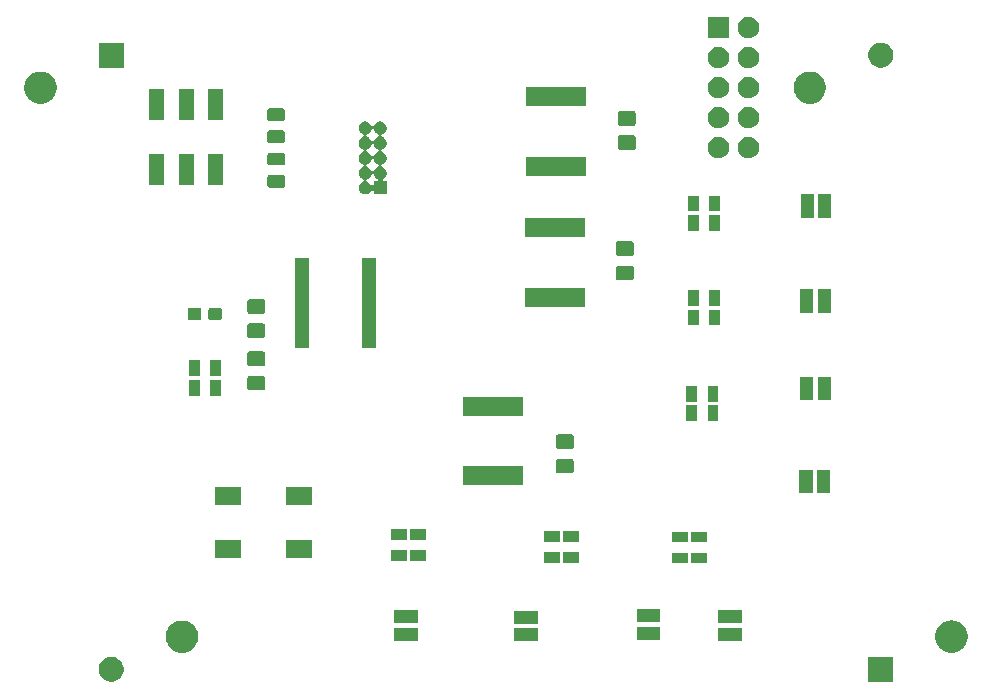
<source format=gbr>
G04 #@! TF.GenerationSoftware,KiCad,Pcbnew,(5.1.5)-3*
G04 #@! TF.CreationDate,2021-02-14T15:22:36-08:00*
G04 #@! TF.ProjectId,tree,74726565-2e6b-4696-9361-645f70636258,rev?*
G04 #@! TF.SameCoordinates,Original*
G04 #@! TF.FileFunction,Soldermask,Top*
G04 #@! TF.FilePolarity,Negative*
%FSLAX46Y46*%
G04 Gerber Fmt 4.6, Leading zero omitted, Abs format (unit mm)*
G04 Created by KiCad (PCBNEW (5.1.5)-3) date 2021-02-14 15:22:36*
%MOMM*%
%LPD*%
G04 APERTURE LIST*
%ADD10C,0.100000*%
G04 APERTURE END LIST*
D10*
G36*
X159981564Y-125379389D02*
G01*
X160172833Y-125458615D01*
X160172835Y-125458616D01*
X160344973Y-125573635D01*
X160491365Y-125720027D01*
X160606385Y-125892167D01*
X160685611Y-126083436D01*
X160726000Y-126286484D01*
X160726000Y-126493516D01*
X160685611Y-126696564D01*
X160606385Y-126887833D01*
X160606384Y-126887835D01*
X160491365Y-127059973D01*
X160344973Y-127206365D01*
X160172835Y-127321384D01*
X160172834Y-127321385D01*
X160172833Y-127321385D01*
X159981564Y-127400611D01*
X159778516Y-127441000D01*
X159571484Y-127441000D01*
X159368436Y-127400611D01*
X159177167Y-127321385D01*
X159177166Y-127321385D01*
X159177165Y-127321384D01*
X159005027Y-127206365D01*
X158858635Y-127059973D01*
X158743616Y-126887835D01*
X158743615Y-126887833D01*
X158664389Y-126696564D01*
X158624000Y-126493516D01*
X158624000Y-126286484D01*
X158664389Y-126083436D01*
X158743615Y-125892167D01*
X158858635Y-125720027D01*
X159005027Y-125573635D01*
X159177165Y-125458616D01*
X159177167Y-125458615D01*
X159368436Y-125379389D01*
X159571484Y-125339000D01*
X159778516Y-125339000D01*
X159981564Y-125379389D01*
G37*
G36*
X225876000Y-127426000D02*
G01*
X223774000Y-127426000D01*
X223774000Y-125324000D01*
X225876000Y-125324000D01*
X225876000Y-127426000D01*
G37*
G36*
X165842724Y-122266497D02*
G01*
X166069906Y-122311686D01*
X166319412Y-122415035D01*
X166543962Y-122565075D01*
X166734925Y-122756038D01*
X166884965Y-122980588D01*
X166988314Y-123230094D01*
X167033503Y-123457276D01*
X167040006Y-123489968D01*
X167041000Y-123494968D01*
X167041000Y-123765032D01*
X166988314Y-124029906D01*
X166884965Y-124279412D01*
X166734925Y-124503962D01*
X166543962Y-124694925D01*
X166319412Y-124844965D01*
X166069906Y-124948314D01*
X165842724Y-124993503D01*
X165805033Y-125001000D01*
X165534967Y-125001000D01*
X165497276Y-124993503D01*
X165270094Y-124948314D01*
X165020588Y-124844965D01*
X164796038Y-124694925D01*
X164605075Y-124503962D01*
X164455035Y-124279412D01*
X164351686Y-124029906D01*
X164299000Y-123765032D01*
X164299000Y-123494968D01*
X164299995Y-123489968D01*
X164306497Y-123457276D01*
X164351686Y-123230094D01*
X164455035Y-122980588D01*
X164605075Y-122756038D01*
X164796038Y-122565075D01*
X165020588Y-122415035D01*
X165270094Y-122311686D01*
X165497276Y-122266497D01*
X165534967Y-122259000D01*
X165805033Y-122259000D01*
X165842724Y-122266497D01*
G37*
G36*
X230980169Y-122259000D02*
G01*
X231219906Y-122306686D01*
X231469412Y-122410035D01*
X231693962Y-122560075D01*
X231884925Y-122751038D01*
X232034965Y-122975588D01*
X232138314Y-123225094D01*
X232183503Y-123452276D01*
X232191000Y-123489967D01*
X232191000Y-123760033D01*
X232190005Y-123765033D01*
X232138314Y-124024906D01*
X232034965Y-124274412D01*
X231884925Y-124498962D01*
X231693962Y-124689925D01*
X231469412Y-124839965D01*
X231219906Y-124943314D01*
X230992724Y-124988503D01*
X230955033Y-124996000D01*
X230684967Y-124996000D01*
X230647276Y-124988503D01*
X230420094Y-124943314D01*
X230170588Y-124839965D01*
X229946038Y-124689925D01*
X229755075Y-124498962D01*
X229605035Y-124274412D01*
X229501686Y-124024906D01*
X229449995Y-123765033D01*
X229449000Y-123760033D01*
X229449000Y-123489967D01*
X229456497Y-123452276D01*
X229501686Y-123225094D01*
X229605035Y-122975588D01*
X229755075Y-122751038D01*
X229946038Y-122560075D01*
X230170588Y-122410035D01*
X230420094Y-122306686D01*
X230659831Y-122259000D01*
X230684967Y-122254000D01*
X230955033Y-122254000D01*
X230980169Y-122259000D01*
G37*
G36*
X195776000Y-124026000D02*
G01*
X193774000Y-124026000D01*
X193774000Y-122924000D01*
X195776000Y-122924000D01*
X195776000Y-124026000D01*
G37*
G36*
X185651000Y-123976000D02*
G01*
X183649000Y-123976000D01*
X183649000Y-122874000D01*
X185651000Y-122874000D01*
X185651000Y-123976000D01*
G37*
G36*
X213051000Y-123951000D02*
G01*
X211049000Y-123951000D01*
X211049000Y-122849000D01*
X213051000Y-122849000D01*
X213051000Y-123951000D01*
G37*
G36*
X206176000Y-123901000D02*
G01*
X204174000Y-123901000D01*
X204174000Y-122799000D01*
X206176000Y-122799000D01*
X206176000Y-123901000D01*
G37*
G36*
X195776000Y-122526000D02*
G01*
X193774000Y-122526000D01*
X193774000Y-121424000D01*
X195776000Y-121424000D01*
X195776000Y-122526000D01*
G37*
G36*
X185651000Y-122476000D02*
G01*
X183649000Y-122476000D01*
X183649000Y-121374000D01*
X185651000Y-121374000D01*
X185651000Y-122476000D01*
G37*
G36*
X213051000Y-122451000D02*
G01*
X211049000Y-122451000D01*
X211049000Y-121349000D01*
X213051000Y-121349000D01*
X213051000Y-122451000D01*
G37*
G36*
X206176000Y-122401000D02*
G01*
X204174000Y-122401000D01*
X204174000Y-121299000D01*
X206176000Y-121299000D01*
X206176000Y-122401000D01*
G37*
G36*
X210151000Y-117426000D02*
G01*
X208799000Y-117426000D01*
X208799000Y-116524000D01*
X210151000Y-116524000D01*
X210151000Y-117426000D01*
G37*
G36*
X208501000Y-117426000D02*
G01*
X207149000Y-117426000D01*
X207149000Y-116524000D01*
X208501000Y-116524000D01*
X208501000Y-117426000D01*
G37*
G36*
X199301000Y-117376000D02*
G01*
X197949000Y-117376000D01*
X197949000Y-116474000D01*
X199301000Y-116474000D01*
X199301000Y-117376000D01*
G37*
G36*
X197651000Y-117376000D02*
G01*
X196299000Y-117376000D01*
X196299000Y-116474000D01*
X197651000Y-116474000D01*
X197651000Y-117376000D01*
G37*
G36*
X186326000Y-117226000D02*
G01*
X184974000Y-117226000D01*
X184974000Y-116324000D01*
X186326000Y-116324000D01*
X186326000Y-117226000D01*
G37*
G36*
X184676000Y-117226000D02*
G01*
X183324000Y-117226000D01*
X183324000Y-116324000D01*
X184676000Y-116324000D01*
X184676000Y-117226000D01*
G37*
G36*
X170701000Y-116951000D02*
G01*
X168499000Y-116951000D01*
X168499000Y-115449000D01*
X170701000Y-115449000D01*
X170701000Y-116951000D01*
G37*
G36*
X176701000Y-116951000D02*
G01*
X174499000Y-116951000D01*
X174499000Y-115449000D01*
X176701000Y-115449000D01*
X176701000Y-116951000D01*
G37*
G36*
X210151000Y-115626000D02*
G01*
X208799000Y-115626000D01*
X208799000Y-114724000D01*
X210151000Y-114724000D01*
X210151000Y-115626000D01*
G37*
G36*
X208501000Y-115626000D02*
G01*
X207149000Y-115626000D01*
X207149000Y-114724000D01*
X208501000Y-114724000D01*
X208501000Y-115626000D01*
G37*
G36*
X199301000Y-115576000D02*
G01*
X197949000Y-115576000D01*
X197949000Y-114674000D01*
X199301000Y-114674000D01*
X199301000Y-115576000D01*
G37*
G36*
X197651000Y-115576000D02*
G01*
X196299000Y-115576000D01*
X196299000Y-114674000D01*
X197651000Y-114674000D01*
X197651000Y-115576000D01*
G37*
G36*
X184676000Y-115426000D02*
G01*
X183324000Y-115426000D01*
X183324000Y-114524000D01*
X184676000Y-114524000D01*
X184676000Y-115426000D01*
G37*
G36*
X186326000Y-115426000D02*
G01*
X184974000Y-115426000D01*
X184974000Y-114524000D01*
X186326000Y-114524000D01*
X186326000Y-115426000D01*
G37*
G36*
X176701000Y-112451000D02*
G01*
X174499000Y-112451000D01*
X174499000Y-110949000D01*
X176701000Y-110949000D01*
X176701000Y-112451000D01*
G37*
G36*
X170701000Y-112451000D02*
G01*
X168499000Y-112451000D01*
X168499000Y-110949000D01*
X170701000Y-110949000D01*
X170701000Y-112451000D01*
G37*
G36*
X219051000Y-111476000D02*
G01*
X217949000Y-111476000D01*
X217949000Y-109474000D01*
X219051000Y-109474000D01*
X219051000Y-111476000D01*
G37*
G36*
X220551000Y-111476000D02*
G01*
X219449000Y-111476000D01*
X219449000Y-109474000D01*
X220551000Y-109474000D01*
X220551000Y-111476000D01*
G37*
G36*
X194526000Y-110801000D02*
G01*
X189424000Y-110801000D01*
X189424000Y-109199000D01*
X194526000Y-109199000D01*
X194526000Y-110801000D01*
G37*
G36*
X198663674Y-108553465D02*
G01*
X198701367Y-108564899D01*
X198736103Y-108583466D01*
X198766548Y-108608452D01*
X198791534Y-108638897D01*
X198810101Y-108673633D01*
X198821535Y-108711326D01*
X198826000Y-108756661D01*
X198826000Y-109593339D01*
X198821535Y-109638674D01*
X198810101Y-109676367D01*
X198791534Y-109711103D01*
X198766548Y-109741548D01*
X198736103Y-109766534D01*
X198701367Y-109785101D01*
X198663674Y-109796535D01*
X198618339Y-109801000D01*
X197531661Y-109801000D01*
X197486326Y-109796535D01*
X197448633Y-109785101D01*
X197413897Y-109766534D01*
X197383452Y-109741548D01*
X197358466Y-109711103D01*
X197339899Y-109676367D01*
X197328465Y-109638674D01*
X197324000Y-109593339D01*
X197324000Y-108756661D01*
X197328465Y-108711326D01*
X197339899Y-108673633D01*
X197358466Y-108638897D01*
X197383452Y-108608452D01*
X197413897Y-108583466D01*
X197448633Y-108564899D01*
X197486326Y-108553465D01*
X197531661Y-108549000D01*
X198618339Y-108549000D01*
X198663674Y-108553465D01*
G37*
G36*
X198663674Y-106503465D02*
G01*
X198701367Y-106514899D01*
X198736103Y-106533466D01*
X198766548Y-106558452D01*
X198791534Y-106588897D01*
X198810101Y-106623633D01*
X198821535Y-106661326D01*
X198826000Y-106706661D01*
X198826000Y-107543339D01*
X198821535Y-107588674D01*
X198810101Y-107626367D01*
X198791534Y-107661103D01*
X198766548Y-107691548D01*
X198736103Y-107716534D01*
X198701367Y-107735101D01*
X198663674Y-107746535D01*
X198618339Y-107751000D01*
X197531661Y-107751000D01*
X197486326Y-107746535D01*
X197448633Y-107735101D01*
X197413897Y-107716534D01*
X197383452Y-107691548D01*
X197358466Y-107661103D01*
X197339899Y-107626367D01*
X197328465Y-107588674D01*
X197324000Y-107543339D01*
X197324000Y-106706661D01*
X197328465Y-106661326D01*
X197339899Y-106623633D01*
X197358466Y-106588897D01*
X197383452Y-106558452D01*
X197413897Y-106533466D01*
X197448633Y-106514899D01*
X197486326Y-106503465D01*
X197531661Y-106499000D01*
X198618339Y-106499000D01*
X198663674Y-106503465D01*
G37*
G36*
X209276000Y-105401000D02*
G01*
X208374000Y-105401000D01*
X208374000Y-104049000D01*
X209276000Y-104049000D01*
X209276000Y-105401000D01*
G37*
G36*
X211076000Y-105401000D02*
G01*
X210174000Y-105401000D01*
X210174000Y-104049000D01*
X211076000Y-104049000D01*
X211076000Y-105401000D01*
G37*
G36*
X194526000Y-104901000D02*
G01*
X189424000Y-104901000D01*
X189424000Y-103299000D01*
X194526000Y-103299000D01*
X194526000Y-104901000D01*
G37*
G36*
X211076000Y-103751000D02*
G01*
X210174000Y-103751000D01*
X210174000Y-102399000D01*
X211076000Y-102399000D01*
X211076000Y-103751000D01*
G37*
G36*
X209276000Y-103751000D02*
G01*
X208374000Y-103751000D01*
X208374000Y-102399000D01*
X209276000Y-102399000D01*
X209276000Y-103751000D01*
G37*
G36*
X220576000Y-103626000D02*
G01*
X219474000Y-103626000D01*
X219474000Y-101624000D01*
X220576000Y-101624000D01*
X220576000Y-103626000D01*
G37*
G36*
X219076000Y-103626000D02*
G01*
X217974000Y-103626000D01*
X217974000Y-101624000D01*
X219076000Y-101624000D01*
X219076000Y-103626000D01*
G37*
G36*
X168976000Y-103226000D02*
G01*
X168074000Y-103226000D01*
X168074000Y-101874000D01*
X168976000Y-101874000D01*
X168976000Y-103226000D01*
G37*
G36*
X167176000Y-103226000D02*
G01*
X166274000Y-103226000D01*
X166274000Y-101874000D01*
X167176000Y-101874000D01*
X167176000Y-103226000D01*
G37*
G36*
X172538674Y-101528465D02*
G01*
X172576367Y-101539899D01*
X172611103Y-101558466D01*
X172641548Y-101583452D01*
X172666534Y-101613897D01*
X172685101Y-101648633D01*
X172696535Y-101686326D01*
X172701000Y-101731661D01*
X172701000Y-102568339D01*
X172696535Y-102613674D01*
X172685101Y-102651367D01*
X172666534Y-102686103D01*
X172641548Y-102716548D01*
X172611103Y-102741534D01*
X172576367Y-102760101D01*
X172538674Y-102771535D01*
X172493339Y-102776000D01*
X171406661Y-102776000D01*
X171361326Y-102771535D01*
X171323633Y-102760101D01*
X171288897Y-102741534D01*
X171258452Y-102716548D01*
X171233466Y-102686103D01*
X171214899Y-102651367D01*
X171203465Y-102613674D01*
X171199000Y-102568339D01*
X171199000Y-101731661D01*
X171203465Y-101686326D01*
X171214899Y-101648633D01*
X171233466Y-101613897D01*
X171258452Y-101583452D01*
X171288897Y-101558466D01*
X171323633Y-101539899D01*
X171361326Y-101528465D01*
X171406661Y-101524000D01*
X172493339Y-101524000D01*
X172538674Y-101528465D01*
G37*
G36*
X167176000Y-101576000D02*
G01*
X166274000Y-101576000D01*
X166274000Y-100224000D01*
X167176000Y-100224000D01*
X167176000Y-101576000D01*
G37*
G36*
X168976000Y-101576000D02*
G01*
X168074000Y-101576000D01*
X168074000Y-100224000D01*
X168976000Y-100224000D01*
X168976000Y-101576000D01*
G37*
G36*
X172538674Y-99478465D02*
G01*
X172576367Y-99489899D01*
X172611103Y-99508466D01*
X172641548Y-99533452D01*
X172666534Y-99563897D01*
X172685101Y-99598633D01*
X172696535Y-99636326D01*
X172701000Y-99681661D01*
X172701000Y-100518339D01*
X172696535Y-100563674D01*
X172685101Y-100601367D01*
X172666534Y-100636103D01*
X172641548Y-100666548D01*
X172611103Y-100691534D01*
X172576367Y-100710101D01*
X172538674Y-100721535D01*
X172493339Y-100726000D01*
X171406661Y-100726000D01*
X171361326Y-100721535D01*
X171323633Y-100710101D01*
X171288897Y-100691534D01*
X171258452Y-100666548D01*
X171233466Y-100636103D01*
X171214899Y-100601367D01*
X171203465Y-100563674D01*
X171199000Y-100518339D01*
X171199000Y-99681661D01*
X171203465Y-99636326D01*
X171214899Y-99598633D01*
X171233466Y-99563897D01*
X171258452Y-99533452D01*
X171288897Y-99508466D01*
X171323633Y-99489899D01*
X171361326Y-99478465D01*
X171406661Y-99474000D01*
X172493339Y-99474000D01*
X172538674Y-99478465D01*
G37*
G36*
X182126000Y-99201000D02*
G01*
X180924000Y-99201000D01*
X180924000Y-91549000D01*
X182126000Y-91549000D01*
X182126000Y-99201000D01*
G37*
G36*
X176426000Y-99201000D02*
G01*
X175224000Y-99201000D01*
X175224000Y-91549000D01*
X176426000Y-91549000D01*
X176426000Y-99201000D01*
G37*
G36*
X172538674Y-97103465D02*
G01*
X172576367Y-97114899D01*
X172611103Y-97133466D01*
X172641548Y-97158452D01*
X172666534Y-97188897D01*
X172685101Y-97223633D01*
X172696535Y-97261326D01*
X172701000Y-97306661D01*
X172701000Y-98143339D01*
X172696535Y-98188674D01*
X172685101Y-98226367D01*
X172666534Y-98261103D01*
X172641548Y-98291548D01*
X172611103Y-98316534D01*
X172576367Y-98335101D01*
X172538674Y-98346535D01*
X172493339Y-98351000D01*
X171406661Y-98351000D01*
X171361326Y-98346535D01*
X171323633Y-98335101D01*
X171288897Y-98316534D01*
X171258452Y-98291548D01*
X171233466Y-98261103D01*
X171214899Y-98226367D01*
X171203465Y-98188674D01*
X171199000Y-98143339D01*
X171199000Y-97306661D01*
X171203465Y-97261326D01*
X171214899Y-97223633D01*
X171233466Y-97188897D01*
X171258452Y-97158452D01*
X171288897Y-97133466D01*
X171323633Y-97114899D01*
X171361326Y-97103465D01*
X171406661Y-97099000D01*
X172493339Y-97099000D01*
X172538674Y-97103465D01*
G37*
G36*
X211226000Y-97276000D02*
G01*
X210324000Y-97276000D01*
X210324000Y-95924000D01*
X211226000Y-95924000D01*
X211226000Y-97276000D01*
G37*
G36*
X209426000Y-97276000D02*
G01*
X208524000Y-97276000D01*
X208524000Y-95924000D01*
X209426000Y-95924000D01*
X209426000Y-97276000D01*
G37*
G36*
X168889499Y-95778445D02*
G01*
X168926995Y-95789820D01*
X168961554Y-95808292D01*
X168991847Y-95833153D01*
X169016708Y-95863446D01*
X169035180Y-95898005D01*
X169046555Y-95935501D01*
X169051000Y-95980638D01*
X169051000Y-96619362D01*
X169046555Y-96664499D01*
X169035180Y-96701995D01*
X169016708Y-96736554D01*
X168991847Y-96766847D01*
X168961554Y-96791708D01*
X168926995Y-96810180D01*
X168889499Y-96821555D01*
X168844362Y-96826000D01*
X168105638Y-96826000D01*
X168060501Y-96821555D01*
X168023005Y-96810180D01*
X167988446Y-96791708D01*
X167958153Y-96766847D01*
X167933292Y-96736554D01*
X167914820Y-96701995D01*
X167903445Y-96664499D01*
X167899000Y-96619362D01*
X167899000Y-95980638D01*
X167903445Y-95935501D01*
X167914820Y-95898005D01*
X167933292Y-95863446D01*
X167958153Y-95833153D01*
X167988446Y-95808292D01*
X168023005Y-95789820D01*
X168060501Y-95778445D01*
X168105638Y-95774000D01*
X168844362Y-95774000D01*
X168889499Y-95778445D01*
G37*
G36*
X167139499Y-95778445D02*
G01*
X167176995Y-95789820D01*
X167211554Y-95808292D01*
X167241847Y-95833153D01*
X167266708Y-95863446D01*
X167285180Y-95898005D01*
X167296555Y-95935501D01*
X167301000Y-95980638D01*
X167301000Y-96619362D01*
X167296555Y-96664499D01*
X167285180Y-96701995D01*
X167266708Y-96736554D01*
X167241847Y-96766847D01*
X167211554Y-96791708D01*
X167176995Y-96810180D01*
X167139499Y-96821555D01*
X167094362Y-96826000D01*
X166355638Y-96826000D01*
X166310501Y-96821555D01*
X166273005Y-96810180D01*
X166238446Y-96791708D01*
X166208153Y-96766847D01*
X166183292Y-96736554D01*
X166164820Y-96701995D01*
X166153445Y-96664499D01*
X166149000Y-96619362D01*
X166149000Y-95980638D01*
X166153445Y-95935501D01*
X166164820Y-95898005D01*
X166183292Y-95863446D01*
X166208153Y-95833153D01*
X166238446Y-95808292D01*
X166273005Y-95789820D01*
X166310501Y-95778445D01*
X166355638Y-95774000D01*
X167094362Y-95774000D01*
X167139499Y-95778445D01*
G37*
G36*
X172538674Y-95053465D02*
G01*
X172576367Y-95064899D01*
X172611103Y-95083466D01*
X172641548Y-95108452D01*
X172666534Y-95138897D01*
X172685101Y-95173633D01*
X172696535Y-95211326D01*
X172701000Y-95256661D01*
X172701000Y-96093339D01*
X172696535Y-96138674D01*
X172685101Y-96176367D01*
X172666534Y-96211103D01*
X172641548Y-96241548D01*
X172611103Y-96266534D01*
X172576367Y-96285101D01*
X172538674Y-96296535D01*
X172493339Y-96301000D01*
X171406661Y-96301000D01*
X171361326Y-96296535D01*
X171323633Y-96285101D01*
X171288897Y-96266534D01*
X171258452Y-96241548D01*
X171233466Y-96211103D01*
X171214899Y-96176367D01*
X171203465Y-96138674D01*
X171199000Y-96093339D01*
X171199000Y-95256661D01*
X171203465Y-95211326D01*
X171214899Y-95173633D01*
X171233466Y-95138897D01*
X171258452Y-95108452D01*
X171288897Y-95083466D01*
X171323633Y-95064899D01*
X171361326Y-95053465D01*
X171406661Y-95049000D01*
X172493339Y-95049000D01*
X172538674Y-95053465D01*
G37*
G36*
X220601000Y-96226000D02*
G01*
X219499000Y-96226000D01*
X219499000Y-94224000D01*
X220601000Y-94224000D01*
X220601000Y-96226000D01*
G37*
G36*
X219101000Y-96226000D02*
G01*
X217999000Y-96226000D01*
X217999000Y-94224000D01*
X219101000Y-94224000D01*
X219101000Y-96226000D01*
G37*
G36*
X199826000Y-95701000D02*
G01*
X194724000Y-95701000D01*
X194724000Y-94099000D01*
X199826000Y-94099000D01*
X199826000Y-95701000D01*
G37*
G36*
X211226000Y-95626000D02*
G01*
X210324000Y-95626000D01*
X210324000Y-94274000D01*
X211226000Y-94274000D01*
X211226000Y-95626000D01*
G37*
G36*
X209426000Y-95626000D02*
G01*
X208524000Y-95626000D01*
X208524000Y-94274000D01*
X209426000Y-94274000D01*
X209426000Y-95626000D01*
G37*
G36*
X203738674Y-92203465D02*
G01*
X203776367Y-92214899D01*
X203811103Y-92233466D01*
X203841548Y-92258452D01*
X203866534Y-92288897D01*
X203885101Y-92323633D01*
X203896535Y-92361326D01*
X203901000Y-92406661D01*
X203901000Y-93243339D01*
X203896535Y-93288674D01*
X203885101Y-93326367D01*
X203866534Y-93361103D01*
X203841548Y-93391548D01*
X203811103Y-93416534D01*
X203776367Y-93435101D01*
X203738674Y-93446535D01*
X203693339Y-93451000D01*
X202606661Y-93451000D01*
X202561326Y-93446535D01*
X202523633Y-93435101D01*
X202488897Y-93416534D01*
X202458452Y-93391548D01*
X202433466Y-93361103D01*
X202414899Y-93326367D01*
X202403465Y-93288674D01*
X202399000Y-93243339D01*
X202399000Y-92406661D01*
X202403465Y-92361326D01*
X202414899Y-92323633D01*
X202433466Y-92288897D01*
X202458452Y-92258452D01*
X202488897Y-92233466D01*
X202523633Y-92214899D01*
X202561326Y-92203465D01*
X202606661Y-92199000D01*
X203693339Y-92199000D01*
X203738674Y-92203465D01*
G37*
G36*
X203738674Y-90153465D02*
G01*
X203776367Y-90164899D01*
X203811103Y-90183466D01*
X203841548Y-90208452D01*
X203866534Y-90238897D01*
X203885101Y-90273633D01*
X203896535Y-90311326D01*
X203901000Y-90356661D01*
X203901000Y-91193339D01*
X203896535Y-91238674D01*
X203885101Y-91276367D01*
X203866534Y-91311103D01*
X203841548Y-91341548D01*
X203811103Y-91366534D01*
X203776367Y-91385101D01*
X203738674Y-91396535D01*
X203693339Y-91401000D01*
X202606661Y-91401000D01*
X202561326Y-91396535D01*
X202523633Y-91385101D01*
X202488897Y-91366534D01*
X202458452Y-91341548D01*
X202433466Y-91311103D01*
X202414899Y-91276367D01*
X202403465Y-91238674D01*
X202399000Y-91193339D01*
X202399000Y-90356661D01*
X202403465Y-90311326D01*
X202414899Y-90273633D01*
X202433466Y-90238897D01*
X202458452Y-90208452D01*
X202488897Y-90183466D01*
X202523633Y-90164899D01*
X202561326Y-90153465D01*
X202606661Y-90149000D01*
X203693339Y-90149000D01*
X203738674Y-90153465D01*
G37*
G36*
X199826000Y-89801000D02*
G01*
X194724000Y-89801000D01*
X194724000Y-88199000D01*
X199826000Y-88199000D01*
X199826000Y-89801000D01*
G37*
G36*
X211201000Y-89276000D02*
G01*
X210299000Y-89276000D01*
X210299000Y-87924000D01*
X211201000Y-87924000D01*
X211201000Y-89276000D01*
G37*
G36*
X209401000Y-89276000D02*
G01*
X208499000Y-89276000D01*
X208499000Y-87924000D01*
X209401000Y-87924000D01*
X209401000Y-89276000D01*
G37*
G36*
X219151000Y-88176000D02*
G01*
X218049000Y-88176000D01*
X218049000Y-86174000D01*
X219151000Y-86174000D01*
X219151000Y-88176000D01*
G37*
G36*
X220651000Y-88176000D02*
G01*
X219549000Y-88176000D01*
X219549000Y-86174000D01*
X220651000Y-86174000D01*
X220651000Y-88176000D01*
G37*
G36*
X211201000Y-87626000D02*
G01*
X210299000Y-87626000D01*
X210299000Y-86274000D01*
X211201000Y-86274000D01*
X211201000Y-87626000D01*
G37*
G36*
X209401000Y-87626000D02*
G01*
X208499000Y-87626000D01*
X208499000Y-86274000D01*
X209401000Y-86274000D01*
X209401000Y-87626000D01*
G37*
G36*
X181340721Y-80015174D02*
G01*
X181440995Y-80056709D01*
X181440996Y-80056710D01*
X181531242Y-80117010D01*
X181607990Y-80193758D01*
X181607991Y-80193760D01*
X181668291Y-80284005D01*
X181699516Y-80359389D01*
X181711067Y-80381000D01*
X181726612Y-80399941D01*
X181745554Y-80415487D01*
X181767165Y-80427038D01*
X181790614Y-80434151D01*
X181815000Y-80436553D01*
X181839386Y-80434151D01*
X181862835Y-80427038D01*
X181884446Y-80415487D01*
X181903387Y-80399942D01*
X181918933Y-80381000D01*
X181930484Y-80359389D01*
X181961709Y-80284005D01*
X182022009Y-80193760D01*
X182022010Y-80193758D01*
X182098758Y-80117010D01*
X182189004Y-80056710D01*
X182189005Y-80056709D01*
X182289279Y-80015174D01*
X182395730Y-79994000D01*
X182504270Y-79994000D01*
X182610721Y-80015174D01*
X182710995Y-80056709D01*
X182710996Y-80056710D01*
X182801242Y-80117010D01*
X182877990Y-80193758D01*
X182877991Y-80193760D01*
X182938291Y-80284005D01*
X182979826Y-80384279D01*
X183001000Y-80490730D01*
X183001000Y-80599270D01*
X182979826Y-80705721D01*
X182938291Y-80805995D01*
X182914752Y-80841223D01*
X182877990Y-80896242D01*
X182801242Y-80972990D01*
X182755812Y-81003345D01*
X182710995Y-81033291D01*
X182635611Y-81064516D01*
X182614000Y-81076067D01*
X182595059Y-81091612D01*
X182579513Y-81110554D01*
X182567962Y-81132165D01*
X182560849Y-81155614D01*
X182558447Y-81180000D01*
X182560849Y-81204386D01*
X182567962Y-81227835D01*
X182579513Y-81249446D01*
X182595058Y-81268387D01*
X182614000Y-81283933D01*
X182635611Y-81295484D01*
X182710995Y-81326709D01*
X182733905Y-81342017D01*
X182801242Y-81387010D01*
X182877990Y-81463758D01*
X182877991Y-81463760D01*
X182938291Y-81554005D01*
X182979826Y-81654279D01*
X183001000Y-81760730D01*
X183001000Y-81869270D01*
X182979826Y-81975721D01*
X182938291Y-82075995D01*
X182938290Y-82075996D01*
X182877990Y-82166242D01*
X182801242Y-82242990D01*
X182778803Y-82257983D01*
X182710995Y-82303291D01*
X182635611Y-82334516D01*
X182614000Y-82346067D01*
X182595059Y-82361612D01*
X182579513Y-82380554D01*
X182567962Y-82402165D01*
X182560849Y-82425614D01*
X182558447Y-82450000D01*
X182560849Y-82474386D01*
X182567962Y-82497835D01*
X182579513Y-82519446D01*
X182595058Y-82538387D01*
X182614000Y-82553933D01*
X182635611Y-82565484D01*
X182710995Y-82596709D01*
X182710996Y-82596710D01*
X182801242Y-82657010D01*
X182877990Y-82733758D01*
X182877991Y-82733760D01*
X182938291Y-82824005D01*
X182979826Y-82924279D01*
X183001000Y-83030730D01*
X183001000Y-83139270D01*
X182979826Y-83245721D01*
X182938291Y-83345995D01*
X182938290Y-83345996D01*
X182877990Y-83436242D01*
X182801242Y-83512990D01*
X182801059Y-83513112D01*
X182710995Y-83573291D01*
X182635611Y-83604516D01*
X182614000Y-83616067D01*
X182595059Y-83631612D01*
X182579513Y-83650554D01*
X182567962Y-83672165D01*
X182560849Y-83695614D01*
X182558447Y-83720000D01*
X182560849Y-83744386D01*
X182567962Y-83767835D01*
X182579513Y-83789446D01*
X182595058Y-83808387D01*
X182614000Y-83823933D01*
X182635611Y-83835484D01*
X182710995Y-83866709D01*
X182710996Y-83866710D01*
X182801242Y-83927010D01*
X182877990Y-84003758D01*
X182877991Y-84003760D01*
X182938291Y-84094005D01*
X182979826Y-84194279D01*
X183001000Y-84300730D01*
X183001000Y-84409270D01*
X182979826Y-84515721D01*
X182938291Y-84615995D01*
X182931606Y-84626000D01*
X182877990Y-84706242D01*
X182801242Y-84782990D01*
X182769816Y-84803988D01*
X182708336Y-84845068D01*
X182689394Y-84860614D01*
X182673849Y-84879556D01*
X182662298Y-84901167D01*
X182655185Y-84924615D01*
X182652783Y-84949002D01*
X182655185Y-84973388D01*
X182662298Y-84996837D01*
X182673849Y-85018447D01*
X182689395Y-85037389D01*
X182708337Y-85052934D01*
X182729948Y-85064485D01*
X182753396Y-85071598D01*
X182777782Y-85074000D01*
X183001000Y-85074000D01*
X183001000Y-86176000D01*
X181899000Y-86176000D01*
X181899000Y-85952782D01*
X181896598Y-85928396D01*
X181889485Y-85904947D01*
X181877934Y-85883336D01*
X181862389Y-85864394D01*
X181843447Y-85848849D01*
X181821836Y-85837298D01*
X181798387Y-85830185D01*
X181774001Y-85827783D01*
X181749615Y-85830185D01*
X181726166Y-85837298D01*
X181704555Y-85848849D01*
X181685613Y-85864394D01*
X181670068Y-85883336D01*
X181628988Y-85944816D01*
X181607990Y-85976242D01*
X181531242Y-86052990D01*
X181485812Y-86083345D01*
X181440995Y-86113291D01*
X181340721Y-86154826D01*
X181234270Y-86176000D01*
X181125730Y-86176000D01*
X181019279Y-86154826D01*
X180919005Y-86113291D01*
X180874188Y-86083345D01*
X180828758Y-86052990D01*
X180752010Y-85976242D01*
X180720041Y-85928396D01*
X180691709Y-85885995D01*
X180650174Y-85785721D01*
X180629000Y-85679270D01*
X180629000Y-85570730D01*
X180650174Y-85464279D01*
X180691709Y-85364005D01*
X180752009Y-85273760D01*
X180752010Y-85273758D01*
X180828758Y-85197010D01*
X180919004Y-85136710D01*
X180919005Y-85136709D01*
X180994389Y-85105484D01*
X181016000Y-85093933D01*
X181034941Y-85078388D01*
X181050487Y-85059446D01*
X181062038Y-85037835D01*
X181069151Y-85014386D01*
X181071553Y-84990000D01*
X181288447Y-84990000D01*
X181290849Y-85014386D01*
X181297962Y-85037835D01*
X181309513Y-85059446D01*
X181325058Y-85078387D01*
X181344000Y-85093933D01*
X181365611Y-85105484D01*
X181440995Y-85136709D01*
X181440996Y-85136710D01*
X181531242Y-85197010D01*
X181607990Y-85273758D01*
X181607991Y-85273760D01*
X181670068Y-85366664D01*
X181685614Y-85385606D01*
X181704556Y-85401151D01*
X181726167Y-85412702D01*
X181749615Y-85419815D01*
X181774002Y-85422217D01*
X181798388Y-85419815D01*
X181821837Y-85412702D01*
X181843447Y-85401151D01*
X181862389Y-85385605D01*
X181877934Y-85366663D01*
X181889485Y-85345052D01*
X181896598Y-85321604D01*
X181899000Y-85297218D01*
X181899000Y-85074000D01*
X182122218Y-85074000D01*
X182146604Y-85071598D01*
X182170053Y-85064485D01*
X182191664Y-85052934D01*
X182210606Y-85037389D01*
X182226151Y-85018447D01*
X182237702Y-84996836D01*
X182244815Y-84973387D01*
X182247217Y-84949001D01*
X182244815Y-84924615D01*
X182237702Y-84901166D01*
X182226151Y-84879555D01*
X182210606Y-84860613D01*
X182191664Y-84845068D01*
X182130184Y-84803988D01*
X182098758Y-84782990D01*
X182022010Y-84706242D01*
X181968394Y-84626000D01*
X181961709Y-84615995D01*
X181930484Y-84540611D01*
X181918933Y-84519000D01*
X181903388Y-84500059D01*
X181884446Y-84484513D01*
X181862835Y-84472962D01*
X181839386Y-84465849D01*
X181815000Y-84463447D01*
X181790614Y-84465849D01*
X181767165Y-84472962D01*
X181745554Y-84484513D01*
X181726613Y-84500058D01*
X181711067Y-84519000D01*
X181699516Y-84540611D01*
X181668291Y-84615995D01*
X181661606Y-84626000D01*
X181607990Y-84706242D01*
X181531242Y-84782990D01*
X181485812Y-84813345D01*
X181440995Y-84843291D01*
X181365611Y-84874516D01*
X181344000Y-84886067D01*
X181325059Y-84901612D01*
X181309513Y-84920554D01*
X181297962Y-84942165D01*
X181290849Y-84965614D01*
X181288447Y-84990000D01*
X181071553Y-84990000D01*
X181069151Y-84965614D01*
X181062038Y-84942165D01*
X181050487Y-84920554D01*
X181034942Y-84901613D01*
X181016000Y-84886067D01*
X180994389Y-84874516D01*
X180919005Y-84843291D01*
X180874188Y-84813345D01*
X180828758Y-84782990D01*
X180752010Y-84706242D01*
X180698394Y-84626000D01*
X180691709Y-84615995D01*
X180650174Y-84515721D01*
X180629000Y-84409270D01*
X180629000Y-84300730D01*
X180650174Y-84194279D01*
X180691709Y-84094005D01*
X180752009Y-84003760D01*
X180752010Y-84003758D01*
X180828758Y-83927010D01*
X180919004Y-83866710D01*
X180919005Y-83866709D01*
X180994389Y-83835484D01*
X181016000Y-83823933D01*
X181034941Y-83808388D01*
X181050487Y-83789446D01*
X181062038Y-83767835D01*
X181069151Y-83744386D01*
X181071553Y-83720000D01*
X181288447Y-83720000D01*
X181290849Y-83744386D01*
X181297962Y-83767835D01*
X181309513Y-83789446D01*
X181325058Y-83808387D01*
X181344000Y-83823933D01*
X181365611Y-83835484D01*
X181440995Y-83866709D01*
X181440996Y-83866710D01*
X181531242Y-83927010D01*
X181607990Y-84003758D01*
X181607991Y-84003760D01*
X181668291Y-84094005D01*
X181699516Y-84169389D01*
X181711067Y-84191000D01*
X181726612Y-84209941D01*
X181745554Y-84225487D01*
X181767165Y-84237038D01*
X181790614Y-84244151D01*
X181815000Y-84246553D01*
X181839386Y-84244151D01*
X181862835Y-84237038D01*
X181884446Y-84225487D01*
X181903387Y-84209942D01*
X181918933Y-84191000D01*
X181930484Y-84169389D01*
X181961709Y-84094005D01*
X182022009Y-84003760D01*
X182022010Y-84003758D01*
X182098758Y-83927010D01*
X182189004Y-83866710D01*
X182189005Y-83866709D01*
X182264389Y-83835484D01*
X182286000Y-83823933D01*
X182304941Y-83808388D01*
X182320487Y-83789446D01*
X182332038Y-83767835D01*
X182339151Y-83744386D01*
X182341553Y-83720000D01*
X182339151Y-83695614D01*
X182332038Y-83672165D01*
X182320487Y-83650554D01*
X182304942Y-83631613D01*
X182286000Y-83616067D01*
X182264389Y-83604516D01*
X182189005Y-83573291D01*
X182098941Y-83513112D01*
X182098758Y-83512990D01*
X182022010Y-83436242D01*
X181961710Y-83345996D01*
X181961709Y-83345995D01*
X181930484Y-83270611D01*
X181918933Y-83249000D01*
X181903388Y-83230059D01*
X181884446Y-83214513D01*
X181862835Y-83202962D01*
X181839386Y-83195849D01*
X181815000Y-83193447D01*
X181790614Y-83195849D01*
X181767165Y-83202962D01*
X181745554Y-83214513D01*
X181726613Y-83230058D01*
X181711067Y-83249000D01*
X181699516Y-83270611D01*
X181668291Y-83345995D01*
X181668290Y-83345996D01*
X181607990Y-83436242D01*
X181531242Y-83512990D01*
X181531059Y-83513112D01*
X181440995Y-83573291D01*
X181365611Y-83604516D01*
X181344000Y-83616067D01*
X181325059Y-83631612D01*
X181309513Y-83650554D01*
X181297962Y-83672165D01*
X181290849Y-83695614D01*
X181288447Y-83720000D01*
X181071553Y-83720000D01*
X181069151Y-83695614D01*
X181062038Y-83672165D01*
X181050487Y-83650554D01*
X181034942Y-83631613D01*
X181016000Y-83616067D01*
X180994389Y-83604516D01*
X180919005Y-83573291D01*
X180828941Y-83513112D01*
X180828758Y-83512990D01*
X180752010Y-83436242D01*
X180691710Y-83345996D01*
X180691709Y-83345995D01*
X180650174Y-83245721D01*
X180629000Y-83139270D01*
X180629000Y-83030730D01*
X180650174Y-82924279D01*
X180691709Y-82824005D01*
X180752009Y-82733760D01*
X180752010Y-82733758D01*
X180828758Y-82657010D01*
X180919004Y-82596710D01*
X180919005Y-82596709D01*
X180994389Y-82565484D01*
X181016000Y-82553933D01*
X181034941Y-82538388D01*
X181050487Y-82519446D01*
X181062038Y-82497835D01*
X181069151Y-82474386D01*
X181071553Y-82450000D01*
X181288447Y-82450000D01*
X181290849Y-82474386D01*
X181297962Y-82497835D01*
X181309513Y-82519446D01*
X181325058Y-82538387D01*
X181344000Y-82553933D01*
X181365611Y-82565484D01*
X181440995Y-82596709D01*
X181440996Y-82596710D01*
X181531242Y-82657010D01*
X181607990Y-82733758D01*
X181607991Y-82733760D01*
X181668291Y-82824005D01*
X181699516Y-82899389D01*
X181711067Y-82921000D01*
X181726612Y-82939941D01*
X181745554Y-82955487D01*
X181767165Y-82967038D01*
X181790614Y-82974151D01*
X181815000Y-82976553D01*
X181839386Y-82974151D01*
X181862835Y-82967038D01*
X181884446Y-82955487D01*
X181903387Y-82939942D01*
X181918933Y-82921000D01*
X181930484Y-82899389D01*
X181961709Y-82824005D01*
X182022009Y-82733760D01*
X182022010Y-82733758D01*
X182098758Y-82657010D01*
X182189004Y-82596710D01*
X182189005Y-82596709D01*
X182264389Y-82565484D01*
X182286000Y-82553933D01*
X182304941Y-82538388D01*
X182320487Y-82519446D01*
X182332038Y-82497835D01*
X182339151Y-82474386D01*
X182341553Y-82450000D01*
X182339151Y-82425614D01*
X182332038Y-82402165D01*
X182320487Y-82380554D01*
X182304942Y-82361613D01*
X182286000Y-82346067D01*
X182264389Y-82334516D01*
X182189005Y-82303291D01*
X182121197Y-82257983D01*
X182098758Y-82242990D01*
X182022010Y-82166242D01*
X181961710Y-82075996D01*
X181961709Y-82075995D01*
X181930484Y-82000611D01*
X181918933Y-81979000D01*
X181903388Y-81960059D01*
X181884446Y-81944513D01*
X181862835Y-81932962D01*
X181839386Y-81925849D01*
X181815000Y-81923447D01*
X181790614Y-81925849D01*
X181767165Y-81932962D01*
X181745554Y-81944513D01*
X181726613Y-81960058D01*
X181711067Y-81979000D01*
X181699516Y-82000611D01*
X181668291Y-82075995D01*
X181668290Y-82075996D01*
X181607990Y-82166242D01*
X181531242Y-82242990D01*
X181508803Y-82257983D01*
X181440995Y-82303291D01*
X181365611Y-82334516D01*
X181344000Y-82346067D01*
X181325059Y-82361612D01*
X181309513Y-82380554D01*
X181297962Y-82402165D01*
X181290849Y-82425614D01*
X181288447Y-82450000D01*
X181071553Y-82450000D01*
X181069151Y-82425614D01*
X181062038Y-82402165D01*
X181050487Y-82380554D01*
X181034942Y-82361613D01*
X181016000Y-82346067D01*
X180994389Y-82334516D01*
X180919005Y-82303291D01*
X180851197Y-82257983D01*
X180828758Y-82242990D01*
X180752010Y-82166242D01*
X180691710Y-82075996D01*
X180691709Y-82075995D01*
X180650174Y-81975721D01*
X180629000Y-81869270D01*
X180629000Y-81760730D01*
X180650174Y-81654279D01*
X180691709Y-81554005D01*
X180752009Y-81463760D01*
X180752010Y-81463758D01*
X180828758Y-81387010D01*
X180896095Y-81342017D01*
X180919005Y-81326709D01*
X180994389Y-81295484D01*
X181016000Y-81283933D01*
X181034941Y-81268388D01*
X181050487Y-81249446D01*
X181062038Y-81227835D01*
X181069151Y-81204386D01*
X181071553Y-81180000D01*
X181288447Y-81180000D01*
X181290849Y-81204386D01*
X181297962Y-81227835D01*
X181309513Y-81249446D01*
X181325058Y-81268387D01*
X181344000Y-81283933D01*
X181365611Y-81295484D01*
X181440995Y-81326709D01*
X181463905Y-81342017D01*
X181531242Y-81387010D01*
X181607990Y-81463758D01*
X181607991Y-81463760D01*
X181668291Y-81554005D01*
X181699516Y-81629389D01*
X181711067Y-81651000D01*
X181726612Y-81669941D01*
X181745554Y-81685487D01*
X181767165Y-81697038D01*
X181790614Y-81704151D01*
X181815000Y-81706553D01*
X181839386Y-81704151D01*
X181862835Y-81697038D01*
X181884446Y-81685487D01*
X181903387Y-81669942D01*
X181918933Y-81651000D01*
X181930484Y-81629389D01*
X181961709Y-81554005D01*
X182022009Y-81463760D01*
X182022010Y-81463758D01*
X182098758Y-81387010D01*
X182166095Y-81342017D01*
X182189005Y-81326709D01*
X182264389Y-81295484D01*
X182286000Y-81283933D01*
X182304941Y-81268388D01*
X182320487Y-81249446D01*
X182332038Y-81227835D01*
X182339151Y-81204386D01*
X182341553Y-81180000D01*
X182339151Y-81155614D01*
X182332038Y-81132165D01*
X182320487Y-81110554D01*
X182304942Y-81091613D01*
X182286000Y-81076067D01*
X182264389Y-81064516D01*
X182189005Y-81033291D01*
X182144188Y-81003345D01*
X182098758Y-80972990D01*
X182022010Y-80896242D01*
X181985248Y-80841223D01*
X181961709Y-80805995D01*
X181930484Y-80730611D01*
X181918933Y-80709000D01*
X181903388Y-80690059D01*
X181884446Y-80674513D01*
X181862835Y-80662962D01*
X181839386Y-80655849D01*
X181815000Y-80653447D01*
X181790614Y-80655849D01*
X181767165Y-80662962D01*
X181745554Y-80674513D01*
X181726613Y-80690058D01*
X181711067Y-80709000D01*
X181699516Y-80730611D01*
X181668291Y-80805995D01*
X181644752Y-80841223D01*
X181607990Y-80896242D01*
X181531242Y-80972990D01*
X181485812Y-81003345D01*
X181440995Y-81033291D01*
X181365611Y-81064516D01*
X181344000Y-81076067D01*
X181325059Y-81091612D01*
X181309513Y-81110554D01*
X181297962Y-81132165D01*
X181290849Y-81155614D01*
X181288447Y-81180000D01*
X181071553Y-81180000D01*
X181069151Y-81155614D01*
X181062038Y-81132165D01*
X181050487Y-81110554D01*
X181034942Y-81091613D01*
X181016000Y-81076067D01*
X180994389Y-81064516D01*
X180919005Y-81033291D01*
X180874188Y-81003345D01*
X180828758Y-80972990D01*
X180752010Y-80896242D01*
X180715248Y-80841223D01*
X180691709Y-80805995D01*
X180650174Y-80705721D01*
X180629000Y-80599270D01*
X180629000Y-80490730D01*
X180650174Y-80384279D01*
X180691709Y-80284005D01*
X180752009Y-80193760D01*
X180752010Y-80193758D01*
X180828758Y-80117010D01*
X180919004Y-80056710D01*
X180919005Y-80056709D01*
X181019279Y-80015174D01*
X181125730Y-79994000D01*
X181234270Y-79994000D01*
X181340721Y-80015174D01*
G37*
G36*
X174234468Y-84528565D02*
G01*
X174273138Y-84540296D01*
X174308777Y-84559346D01*
X174340017Y-84584983D01*
X174365654Y-84616223D01*
X174384704Y-84651862D01*
X174396435Y-84690532D01*
X174401000Y-84736888D01*
X174401000Y-85388112D01*
X174396435Y-85434468D01*
X174384704Y-85473138D01*
X174365654Y-85508777D01*
X174340017Y-85540017D01*
X174308777Y-85565654D01*
X174273138Y-85584704D01*
X174234468Y-85596435D01*
X174188112Y-85601000D01*
X173111888Y-85601000D01*
X173065532Y-85596435D01*
X173026862Y-85584704D01*
X172991223Y-85565654D01*
X172959983Y-85540017D01*
X172934346Y-85508777D01*
X172915296Y-85473138D01*
X172903565Y-85434468D01*
X172899000Y-85388112D01*
X172899000Y-84736888D01*
X172903565Y-84690532D01*
X172915296Y-84651862D01*
X172934346Y-84616223D01*
X172959983Y-84584983D01*
X172991223Y-84559346D01*
X173026862Y-84540296D01*
X173065532Y-84528565D01*
X173111888Y-84524000D01*
X174188112Y-84524000D01*
X174234468Y-84528565D01*
G37*
G36*
X169176000Y-85351000D02*
G01*
X167874000Y-85351000D01*
X167874000Y-82749000D01*
X169176000Y-82749000D01*
X169176000Y-85351000D01*
G37*
G36*
X166676000Y-85351000D02*
G01*
X165374000Y-85351000D01*
X165374000Y-82749000D01*
X166676000Y-82749000D01*
X166676000Y-85351000D01*
G37*
G36*
X164176000Y-85351000D02*
G01*
X162874000Y-85351000D01*
X162874000Y-82749000D01*
X164176000Y-82749000D01*
X164176000Y-85351000D01*
G37*
G36*
X199901000Y-84626000D02*
G01*
X194799000Y-84626000D01*
X194799000Y-83024000D01*
X199901000Y-83024000D01*
X199901000Y-84626000D01*
G37*
G36*
X174234468Y-82653565D02*
G01*
X174273138Y-82665296D01*
X174308777Y-82684346D01*
X174340017Y-82709983D01*
X174365654Y-82741223D01*
X174384704Y-82776862D01*
X174396435Y-82815532D01*
X174401000Y-82861888D01*
X174401000Y-83513112D01*
X174396435Y-83559468D01*
X174384704Y-83598138D01*
X174365654Y-83633777D01*
X174340017Y-83665017D01*
X174308777Y-83690654D01*
X174273138Y-83709704D01*
X174234468Y-83721435D01*
X174188112Y-83726000D01*
X173111888Y-83726000D01*
X173065532Y-83721435D01*
X173026862Y-83709704D01*
X172991223Y-83690654D01*
X172959983Y-83665017D01*
X172934346Y-83633777D01*
X172915296Y-83598138D01*
X172903565Y-83559468D01*
X172899000Y-83513112D01*
X172899000Y-82861888D01*
X172903565Y-82815532D01*
X172915296Y-82776862D01*
X172934346Y-82741223D01*
X172959983Y-82709983D01*
X172991223Y-82684346D01*
X173026862Y-82665296D01*
X173065532Y-82653565D01*
X173111888Y-82649000D01*
X174188112Y-82649000D01*
X174234468Y-82653565D01*
G37*
G36*
X211188512Y-81313927D02*
G01*
X211337812Y-81343624D01*
X211501784Y-81411544D01*
X211649354Y-81510147D01*
X211774853Y-81635646D01*
X211873456Y-81783216D01*
X211941376Y-81947188D01*
X211966997Y-82075996D01*
X211976000Y-82121258D01*
X211976000Y-82298742D01*
X211971073Y-82323512D01*
X211941376Y-82472812D01*
X211873456Y-82636784D01*
X211774853Y-82784354D01*
X211649354Y-82909853D01*
X211501784Y-83008456D01*
X211337812Y-83076376D01*
X211188512Y-83106073D01*
X211163742Y-83111000D01*
X210986258Y-83111000D01*
X210961488Y-83106073D01*
X210812188Y-83076376D01*
X210648216Y-83008456D01*
X210500646Y-82909853D01*
X210375147Y-82784354D01*
X210276544Y-82636784D01*
X210208624Y-82472812D01*
X210178927Y-82323512D01*
X210174000Y-82298742D01*
X210174000Y-82121258D01*
X210183003Y-82075996D01*
X210208624Y-81947188D01*
X210276544Y-81783216D01*
X210375147Y-81635646D01*
X210500646Y-81510147D01*
X210648216Y-81411544D01*
X210812188Y-81343624D01*
X210961488Y-81313927D01*
X210986258Y-81309000D01*
X211163742Y-81309000D01*
X211188512Y-81313927D01*
G37*
G36*
X213728512Y-81313927D02*
G01*
X213877812Y-81343624D01*
X214041784Y-81411544D01*
X214189354Y-81510147D01*
X214314853Y-81635646D01*
X214413456Y-81783216D01*
X214481376Y-81947188D01*
X214506997Y-82075996D01*
X214516000Y-82121258D01*
X214516000Y-82298742D01*
X214511073Y-82323512D01*
X214481376Y-82472812D01*
X214413456Y-82636784D01*
X214314853Y-82784354D01*
X214189354Y-82909853D01*
X214041784Y-83008456D01*
X213877812Y-83076376D01*
X213728512Y-83106073D01*
X213703742Y-83111000D01*
X213526258Y-83111000D01*
X213501488Y-83106073D01*
X213352188Y-83076376D01*
X213188216Y-83008456D01*
X213040646Y-82909853D01*
X212915147Y-82784354D01*
X212816544Y-82636784D01*
X212748624Y-82472812D01*
X212718927Y-82323512D01*
X212714000Y-82298742D01*
X212714000Y-82121258D01*
X212723003Y-82075996D01*
X212748624Y-81947188D01*
X212816544Y-81783216D01*
X212915147Y-81635646D01*
X213040646Y-81510147D01*
X213188216Y-81411544D01*
X213352188Y-81343624D01*
X213501488Y-81313927D01*
X213526258Y-81309000D01*
X213703742Y-81309000D01*
X213728512Y-81313927D01*
G37*
G36*
X203913674Y-81178465D02*
G01*
X203951367Y-81189899D01*
X203986103Y-81208466D01*
X204016548Y-81233452D01*
X204041534Y-81263897D01*
X204060101Y-81298633D01*
X204071535Y-81336326D01*
X204076000Y-81381661D01*
X204076000Y-82218339D01*
X204071535Y-82263674D01*
X204060101Y-82301367D01*
X204041534Y-82336103D01*
X204016548Y-82366548D01*
X203986103Y-82391534D01*
X203951367Y-82410101D01*
X203913674Y-82421535D01*
X203868339Y-82426000D01*
X202781661Y-82426000D01*
X202736326Y-82421535D01*
X202698633Y-82410101D01*
X202663897Y-82391534D01*
X202633452Y-82366548D01*
X202608466Y-82336103D01*
X202589899Y-82301367D01*
X202578465Y-82263674D01*
X202574000Y-82218339D01*
X202574000Y-81381661D01*
X202578465Y-81336326D01*
X202589899Y-81298633D01*
X202608466Y-81263897D01*
X202633452Y-81233452D01*
X202663897Y-81208466D01*
X202698633Y-81189899D01*
X202736326Y-81178465D01*
X202781661Y-81174000D01*
X203868339Y-81174000D01*
X203913674Y-81178465D01*
G37*
G36*
X174209468Y-80753565D02*
G01*
X174248138Y-80765296D01*
X174283777Y-80784346D01*
X174315017Y-80809983D01*
X174340654Y-80841223D01*
X174359704Y-80876862D01*
X174371435Y-80915532D01*
X174376000Y-80961888D01*
X174376000Y-81613112D01*
X174371435Y-81659468D01*
X174359704Y-81698138D01*
X174340654Y-81733777D01*
X174315017Y-81765017D01*
X174283777Y-81790654D01*
X174248138Y-81809704D01*
X174209468Y-81821435D01*
X174163112Y-81826000D01*
X173086888Y-81826000D01*
X173040532Y-81821435D01*
X173001862Y-81809704D01*
X172966223Y-81790654D01*
X172934983Y-81765017D01*
X172909346Y-81733777D01*
X172890296Y-81698138D01*
X172878565Y-81659468D01*
X172874000Y-81613112D01*
X172874000Y-80961888D01*
X172878565Y-80915532D01*
X172890296Y-80876862D01*
X172909346Y-80841223D01*
X172934983Y-80809983D01*
X172966223Y-80784346D01*
X173001862Y-80765296D01*
X173040532Y-80753565D01*
X173086888Y-80749000D01*
X174163112Y-80749000D01*
X174209468Y-80753565D01*
G37*
G36*
X213728512Y-78773927D02*
G01*
X213877812Y-78803624D01*
X214041784Y-78871544D01*
X214189354Y-78970147D01*
X214314853Y-79095646D01*
X214413456Y-79243216D01*
X214481376Y-79407188D01*
X214516000Y-79581259D01*
X214516000Y-79758741D01*
X214481376Y-79932812D01*
X214413456Y-80096784D01*
X214314853Y-80244354D01*
X214189354Y-80369853D01*
X214041784Y-80468456D01*
X213877812Y-80536376D01*
X213728512Y-80566073D01*
X213703742Y-80571000D01*
X213526258Y-80571000D01*
X213501488Y-80566073D01*
X213352188Y-80536376D01*
X213188216Y-80468456D01*
X213040646Y-80369853D01*
X212915147Y-80244354D01*
X212816544Y-80096784D01*
X212748624Y-79932812D01*
X212714000Y-79758741D01*
X212714000Y-79581259D01*
X212748624Y-79407188D01*
X212816544Y-79243216D01*
X212915147Y-79095646D01*
X213040646Y-78970147D01*
X213188216Y-78871544D01*
X213352188Y-78803624D01*
X213501488Y-78773927D01*
X213526258Y-78769000D01*
X213703742Y-78769000D01*
X213728512Y-78773927D01*
G37*
G36*
X211188512Y-78773927D02*
G01*
X211337812Y-78803624D01*
X211501784Y-78871544D01*
X211649354Y-78970147D01*
X211774853Y-79095646D01*
X211873456Y-79243216D01*
X211941376Y-79407188D01*
X211976000Y-79581259D01*
X211976000Y-79758741D01*
X211941376Y-79932812D01*
X211873456Y-80096784D01*
X211774853Y-80244354D01*
X211649354Y-80369853D01*
X211501784Y-80468456D01*
X211337812Y-80536376D01*
X211188512Y-80566073D01*
X211163742Y-80571000D01*
X210986258Y-80571000D01*
X210961488Y-80566073D01*
X210812188Y-80536376D01*
X210648216Y-80468456D01*
X210500646Y-80369853D01*
X210375147Y-80244354D01*
X210276544Y-80096784D01*
X210208624Y-79932812D01*
X210174000Y-79758741D01*
X210174000Y-79581259D01*
X210208624Y-79407188D01*
X210276544Y-79243216D01*
X210375147Y-79095646D01*
X210500646Y-78970147D01*
X210648216Y-78871544D01*
X210812188Y-78803624D01*
X210961488Y-78773927D01*
X210986258Y-78769000D01*
X211163742Y-78769000D01*
X211188512Y-78773927D01*
G37*
G36*
X203913674Y-79128465D02*
G01*
X203951367Y-79139899D01*
X203986103Y-79158466D01*
X204016548Y-79183452D01*
X204041534Y-79213897D01*
X204060101Y-79248633D01*
X204071535Y-79286326D01*
X204076000Y-79331661D01*
X204076000Y-80168339D01*
X204071535Y-80213674D01*
X204060101Y-80251367D01*
X204041534Y-80286103D01*
X204016548Y-80316548D01*
X203986103Y-80341534D01*
X203951367Y-80360101D01*
X203913674Y-80371535D01*
X203868339Y-80376000D01*
X202781661Y-80376000D01*
X202736326Y-80371535D01*
X202698633Y-80360101D01*
X202663897Y-80341534D01*
X202633452Y-80316548D01*
X202608466Y-80286103D01*
X202589899Y-80251367D01*
X202578465Y-80213674D01*
X202574000Y-80168339D01*
X202574000Y-79331661D01*
X202578465Y-79286326D01*
X202589899Y-79248633D01*
X202608466Y-79213897D01*
X202633452Y-79183452D01*
X202663897Y-79158466D01*
X202698633Y-79139899D01*
X202736326Y-79128465D01*
X202781661Y-79124000D01*
X203868339Y-79124000D01*
X203913674Y-79128465D01*
G37*
G36*
X174209468Y-78878565D02*
G01*
X174248138Y-78890296D01*
X174283777Y-78909346D01*
X174315017Y-78934983D01*
X174340654Y-78966223D01*
X174359704Y-79001862D01*
X174371435Y-79040532D01*
X174376000Y-79086888D01*
X174376000Y-79738112D01*
X174371435Y-79784468D01*
X174359704Y-79823138D01*
X174340654Y-79858777D01*
X174315017Y-79890017D01*
X174283777Y-79915654D01*
X174248138Y-79934704D01*
X174209468Y-79946435D01*
X174163112Y-79951000D01*
X173086888Y-79951000D01*
X173040532Y-79946435D01*
X173001862Y-79934704D01*
X172966223Y-79915654D01*
X172934983Y-79890017D01*
X172909346Y-79858777D01*
X172890296Y-79823138D01*
X172878565Y-79784468D01*
X172874000Y-79738112D01*
X172874000Y-79086888D01*
X172878565Y-79040532D01*
X172890296Y-79001862D01*
X172909346Y-78966223D01*
X172934983Y-78934983D01*
X172966223Y-78909346D01*
X173001862Y-78890296D01*
X173040532Y-78878565D01*
X173086888Y-78874000D01*
X174163112Y-78874000D01*
X174209468Y-78878565D01*
G37*
G36*
X169176000Y-79851000D02*
G01*
X167874000Y-79851000D01*
X167874000Y-77249000D01*
X169176000Y-77249000D01*
X169176000Y-79851000D01*
G37*
G36*
X164176000Y-79851000D02*
G01*
X162874000Y-79851000D01*
X162874000Y-77249000D01*
X164176000Y-77249000D01*
X164176000Y-79851000D01*
G37*
G36*
X166676000Y-79851000D02*
G01*
X165374000Y-79851000D01*
X165374000Y-77249000D01*
X166676000Y-77249000D01*
X166676000Y-79851000D01*
G37*
G36*
X199901000Y-78726000D02*
G01*
X194799000Y-78726000D01*
X194799000Y-77124000D01*
X199901000Y-77124000D01*
X199901000Y-78726000D01*
G37*
G36*
X153852724Y-75786497D02*
G01*
X154079906Y-75831686D01*
X154329412Y-75935035D01*
X154553962Y-76085075D01*
X154744925Y-76276038D01*
X154894965Y-76500588D01*
X154998314Y-76750094D01*
X155021605Y-76867188D01*
X155050006Y-77009968D01*
X155051000Y-77014968D01*
X155051000Y-77285032D01*
X154998314Y-77549906D01*
X154894965Y-77799412D01*
X154744925Y-78023962D01*
X154553962Y-78214925D01*
X154329412Y-78364965D01*
X154079906Y-78468314D01*
X153852724Y-78513503D01*
X153815033Y-78521000D01*
X153544967Y-78521000D01*
X153507276Y-78513503D01*
X153280094Y-78468314D01*
X153030588Y-78364965D01*
X152806038Y-78214925D01*
X152615075Y-78023962D01*
X152465035Y-77799412D01*
X152361686Y-77549906D01*
X152309000Y-77285032D01*
X152309000Y-77014968D01*
X152309995Y-77009968D01*
X152338395Y-76867188D01*
X152361686Y-76750094D01*
X152465035Y-76500588D01*
X152615075Y-76276038D01*
X152806038Y-76085075D01*
X153030588Y-75935035D01*
X153280094Y-75831686D01*
X153507276Y-75786497D01*
X153544967Y-75779000D01*
X153815033Y-75779000D01*
X153852724Y-75786497D01*
G37*
G36*
X218990169Y-75779000D02*
G01*
X219229906Y-75826686D01*
X219479412Y-75930035D01*
X219703962Y-76080075D01*
X219894925Y-76271038D01*
X220044965Y-76495588D01*
X220148314Y-76745094D01*
X220193503Y-76972276D01*
X220201000Y-77009967D01*
X220201000Y-77280033D01*
X220200005Y-77285033D01*
X220148314Y-77544906D01*
X220044965Y-77794412D01*
X219894925Y-78018962D01*
X219703962Y-78209925D01*
X219479412Y-78359965D01*
X219229906Y-78463314D01*
X219002724Y-78508503D01*
X218965033Y-78516000D01*
X218694967Y-78516000D01*
X218657276Y-78508503D01*
X218430094Y-78463314D01*
X218180588Y-78359965D01*
X217956038Y-78209925D01*
X217765075Y-78018962D01*
X217615035Y-77794412D01*
X217511686Y-77544906D01*
X217459995Y-77285033D01*
X217459000Y-77280033D01*
X217459000Y-77009967D01*
X217466497Y-76972276D01*
X217511686Y-76745094D01*
X217615035Y-76495588D01*
X217765075Y-76271038D01*
X217956038Y-76080075D01*
X218180588Y-75930035D01*
X218430094Y-75826686D01*
X218669831Y-75779000D01*
X218694967Y-75774000D01*
X218965033Y-75774000D01*
X218990169Y-75779000D01*
G37*
G36*
X213728512Y-76233927D02*
G01*
X213877812Y-76263624D01*
X214041784Y-76331544D01*
X214189354Y-76430147D01*
X214314853Y-76555646D01*
X214413456Y-76703216D01*
X214481376Y-76867188D01*
X214516000Y-77041259D01*
X214516000Y-77218741D01*
X214481376Y-77392812D01*
X214413456Y-77556784D01*
X214314853Y-77704354D01*
X214189354Y-77829853D01*
X214041784Y-77928456D01*
X213877812Y-77996376D01*
X213739139Y-78023959D01*
X213703742Y-78031000D01*
X213526258Y-78031000D01*
X213490861Y-78023959D01*
X213352188Y-77996376D01*
X213188216Y-77928456D01*
X213040646Y-77829853D01*
X212915147Y-77704354D01*
X212816544Y-77556784D01*
X212748624Y-77392812D01*
X212714000Y-77218741D01*
X212714000Y-77041259D01*
X212748624Y-76867188D01*
X212816544Y-76703216D01*
X212915147Y-76555646D01*
X213040646Y-76430147D01*
X213188216Y-76331544D01*
X213352188Y-76263624D01*
X213501488Y-76233927D01*
X213526258Y-76229000D01*
X213703742Y-76229000D01*
X213728512Y-76233927D01*
G37*
G36*
X211188512Y-76233927D02*
G01*
X211337812Y-76263624D01*
X211501784Y-76331544D01*
X211649354Y-76430147D01*
X211774853Y-76555646D01*
X211873456Y-76703216D01*
X211941376Y-76867188D01*
X211976000Y-77041259D01*
X211976000Y-77218741D01*
X211941376Y-77392812D01*
X211873456Y-77556784D01*
X211774853Y-77704354D01*
X211649354Y-77829853D01*
X211501784Y-77928456D01*
X211337812Y-77996376D01*
X211199139Y-78023959D01*
X211163742Y-78031000D01*
X210986258Y-78031000D01*
X210950861Y-78023959D01*
X210812188Y-77996376D01*
X210648216Y-77928456D01*
X210500646Y-77829853D01*
X210375147Y-77704354D01*
X210276544Y-77556784D01*
X210208624Y-77392812D01*
X210174000Y-77218741D01*
X210174000Y-77041259D01*
X210208624Y-76867188D01*
X210276544Y-76703216D01*
X210375147Y-76555646D01*
X210500646Y-76430147D01*
X210648216Y-76331544D01*
X210812188Y-76263624D01*
X210961488Y-76233927D01*
X210986258Y-76229000D01*
X211163742Y-76229000D01*
X211188512Y-76233927D01*
G37*
G36*
X213728512Y-73693927D02*
G01*
X213877812Y-73723624D01*
X214041784Y-73791544D01*
X214189354Y-73890147D01*
X214314853Y-74015646D01*
X214413456Y-74163216D01*
X214481376Y-74327188D01*
X214511073Y-74476488D01*
X214516000Y-74501258D01*
X214516000Y-74678742D01*
X214513449Y-74691565D01*
X214481376Y-74852812D01*
X214413456Y-75016784D01*
X214314853Y-75164354D01*
X214189354Y-75289853D01*
X214041784Y-75388456D01*
X213877812Y-75456376D01*
X213728512Y-75486073D01*
X213703742Y-75491000D01*
X213526258Y-75491000D01*
X213501488Y-75486073D01*
X213352188Y-75456376D01*
X213188216Y-75388456D01*
X213040646Y-75289853D01*
X212915147Y-75164354D01*
X212816544Y-75016784D01*
X212748624Y-74852812D01*
X212716551Y-74691565D01*
X212714000Y-74678742D01*
X212714000Y-74501258D01*
X212718927Y-74476488D01*
X212748624Y-74327188D01*
X212816544Y-74163216D01*
X212915147Y-74015646D01*
X213040646Y-73890147D01*
X213188216Y-73791544D01*
X213352188Y-73723624D01*
X213501488Y-73693927D01*
X213526258Y-73689000D01*
X213703742Y-73689000D01*
X213728512Y-73693927D01*
G37*
G36*
X211188512Y-73693927D02*
G01*
X211337812Y-73723624D01*
X211501784Y-73791544D01*
X211649354Y-73890147D01*
X211774853Y-74015646D01*
X211873456Y-74163216D01*
X211941376Y-74327188D01*
X211971073Y-74476488D01*
X211976000Y-74501258D01*
X211976000Y-74678742D01*
X211973449Y-74691565D01*
X211941376Y-74852812D01*
X211873456Y-75016784D01*
X211774853Y-75164354D01*
X211649354Y-75289853D01*
X211501784Y-75388456D01*
X211337812Y-75456376D01*
X211188512Y-75486073D01*
X211163742Y-75491000D01*
X210986258Y-75491000D01*
X210961488Y-75486073D01*
X210812188Y-75456376D01*
X210648216Y-75388456D01*
X210500646Y-75289853D01*
X210375147Y-75164354D01*
X210276544Y-75016784D01*
X210208624Y-74852812D01*
X210176551Y-74691565D01*
X210174000Y-74678742D01*
X210174000Y-74501258D01*
X210178927Y-74476488D01*
X210208624Y-74327188D01*
X210276544Y-74163216D01*
X210375147Y-74015646D01*
X210500646Y-73890147D01*
X210648216Y-73791544D01*
X210812188Y-73723624D01*
X210961488Y-73693927D01*
X210986258Y-73689000D01*
X211163742Y-73689000D01*
X211188512Y-73693927D01*
G37*
G36*
X160726000Y-75451000D02*
G01*
X158624000Y-75451000D01*
X158624000Y-73349000D01*
X160726000Y-73349000D01*
X160726000Y-75451000D01*
G37*
G36*
X225131564Y-73374389D02*
G01*
X225322833Y-73453615D01*
X225322835Y-73453616D01*
X225494973Y-73568635D01*
X225641365Y-73715027D01*
X225756385Y-73887167D01*
X225835611Y-74078436D01*
X225876000Y-74281484D01*
X225876000Y-74488516D01*
X225835611Y-74691564D01*
X225768820Y-74852811D01*
X225756384Y-74882835D01*
X225641365Y-75054973D01*
X225494973Y-75201365D01*
X225322835Y-75316384D01*
X225322834Y-75316385D01*
X225322833Y-75316385D01*
X225131564Y-75395611D01*
X224928516Y-75436000D01*
X224721484Y-75436000D01*
X224518436Y-75395611D01*
X224327167Y-75316385D01*
X224327166Y-75316385D01*
X224327165Y-75316384D01*
X224155027Y-75201365D01*
X224008635Y-75054973D01*
X223893616Y-74882835D01*
X223881180Y-74852811D01*
X223814389Y-74691564D01*
X223774000Y-74488516D01*
X223774000Y-74281484D01*
X223814389Y-74078436D01*
X223893615Y-73887167D01*
X224008635Y-73715027D01*
X224155027Y-73568635D01*
X224327165Y-73453616D01*
X224327167Y-73453615D01*
X224518436Y-73374389D01*
X224721484Y-73334000D01*
X224928516Y-73334000D01*
X225131564Y-73374389D01*
G37*
G36*
X213728512Y-71153927D02*
G01*
X213877812Y-71183624D01*
X214041784Y-71251544D01*
X214189354Y-71350147D01*
X214314853Y-71475646D01*
X214413456Y-71623216D01*
X214481376Y-71787188D01*
X214516000Y-71961259D01*
X214516000Y-72138741D01*
X214481376Y-72312812D01*
X214413456Y-72476784D01*
X214314853Y-72624354D01*
X214189354Y-72749853D01*
X214041784Y-72848456D01*
X213877812Y-72916376D01*
X213728512Y-72946073D01*
X213703742Y-72951000D01*
X213526258Y-72951000D01*
X213501488Y-72946073D01*
X213352188Y-72916376D01*
X213188216Y-72848456D01*
X213040646Y-72749853D01*
X212915147Y-72624354D01*
X212816544Y-72476784D01*
X212748624Y-72312812D01*
X212714000Y-72138741D01*
X212714000Y-71961259D01*
X212748624Y-71787188D01*
X212816544Y-71623216D01*
X212915147Y-71475646D01*
X213040646Y-71350147D01*
X213188216Y-71251544D01*
X213352188Y-71183624D01*
X213501488Y-71153927D01*
X213526258Y-71149000D01*
X213703742Y-71149000D01*
X213728512Y-71153927D01*
G37*
G36*
X211976000Y-72951000D02*
G01*
X210174000Y-72951000D01*
X210174000Y-71149000D01*
X211976000Y-71149000D01*
X211976000Y-72951000D01*
G37*
M02*

</source>
